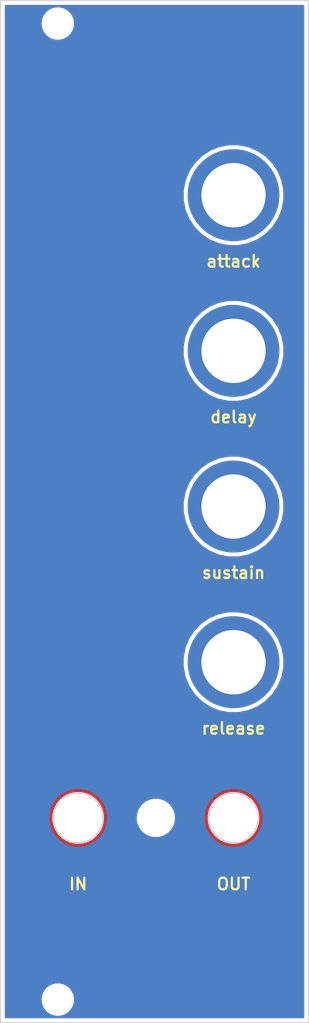
<source format=kicad_pcb>
(kicad_pcb (version 20171130) (host pcbnew "(5.1.4)-1")

  (general
    (thickness 1.6)
    (drawings 5)
    (tracks 0)
    (zones 0)
    (modules 9)
    (nets 1)
  )

  (page A4)
  (layers
    (0 F.Cu signal)
    (31 B.Cu signal)
    (32 B.Adhes user)
    (33 F.Adhes user)
    (34 B.Paste user)
    (35 F.Paste user)
    (36 B.SilkS user)
    (37 F.SilkS user)
    (38 B.Mask user hide)
    (39 F.Mask user)
    (40 Dwgs.User user)
    (41 Cmts.User user)
    (42 Eco1.User user)
    (43 Eco2.User user)
    (44 Edge.Cuts user)
    (45 Margin user)
    (46 B.CrtYd user)
    (47 F.CrtYd user)
    (48 B.Fab user)
    (49 F.Fab user)
  )

  (setup
    (last_trace_width 0.25)
    (trace_clearance 0.2)
    (zone_clearance 0.508)
    (zone_45_only no)
    (trace_min 0.2)
    (via_size 0.8)
    (via_drill 0.4)
    (via_min_size 0.4)
    (via_min_drill 0.3)
    (uvia_size 0.3)
    (uvia_drill 0.1)
    (uvias_allowed no)
    (uvia_min_size 0.2)
    (uvia_min_drill 0.1)
    (edge_width 0.05)
    (segment_width 0.2)
    (pcb_text_width 0.3)
    (pcb_text_size 1.5 1.5)
    (mod_edge_width 0.12)
    (mod_text_size 1 1)
    (mod_text_width 0.15)
    (pad_size 5 5)
    (pad_drill 0)
    (pad_to_mask_clearance 0.051)
    (solder_mask_min_width 0.25)
    (aux_axis_origin 0 0)
    (visible_elements 7FFFFFFF)
    (pcbplotparams
      (layerselection 0x010f0_ffffffff)
      (usegerberextensions false)
      (usegerberattributes false)
      (usegerberadvancedattributes false)
      (creategerberjobfile false)
      (excludeedgelayer true)
      (linewidth 0.100000)
      (plotframeref false)
      (viasonmask false)
      (mode 1)
      (useauxorigin false)
      (hpglpennumber 1)
      (hpglpenspeed 20)
      (hpglpendiameter 15.000000)
      (psnegative false)
      (psa4output false)
      (plotreference true)
      (plotvalue true)
      (plotinvisibletext false)
      (padsonsilk false)
      (subtractmaskfromsilk false)
      (outputformat 1)
      (mirror false)
      (drillshape 0)
      (scaleselection 1)
      (outputdirectory "gerbers/"))
  )

  (net 0 "")

  (net_class Default "This is the default net class."
    (clearance 0.2)
    (trace_width 0.25)
    (via_dia 0.8)
    (via_drill 0.4)
    (uvia_dia 0.3)
    (uvia_drill 0.1)
  )

  (module elektrophon:LED_Monitor (layer F.Cu) (tedit 5D62B726) (tstamp 5D643B3A)
    (at 45.72 132.08)
    (descr "Imported from LED Monitor.svg")
    (tags svg2mod)
    (zone_connect 2)
    (attr smd)
    (fp_text reference svg2mod (at 0 -5.054774) (layer F.SilkS) hide
      (effects (font (size 1.524 1.524) (thickness 0.3048)))
    )
    (fp_text value G*** (at 0 5.054774) (layer F.SilkS) hide
      (effects (font (size 1.524 1.524) (thickness 0.3048)))
    )
    (pad 1 connect custom (at 0 0) (size 5 5) (layers *.Mask)
      (zone_connect 2)
      (options (clearance outline) (anchor circle))
      (primitives
        (gr_circle (center 0 0) (end 2.286 0) (width 0.1))
      ))
  )

  (module elektrophon:pot_mask (layer F.Cu) (tedit 5D628A2E) (tstamp 5D59F607)
    (at 55.88 111.76)
    (descr "Imported from pot-mask.svg")
    (tags svg2mod)
    (attr smd)
    (fp_text reference "" (at 0 -10.16) (layer F.SilkS) hide
      (effects (font (size 1.524 1.524) (thickness 0.3048)))
    )
    (fp_text value release (at 0 8.636) (layer F.SilkS)
      (effects (font (size 1.524 1.524) (thickness 0.3048)))
    )
    (fp_arc (start 0 0) (end 4.064 7.112) (angle -300) (layer F.Mask) (width 1))
    (pad "" np_thru_hole circle (at 0 0) (size 12 12) (drill 8.4) (layers *.Cu *.Mask))
    (model "/home/etienne/Projects/elektrophon/lib/kicad/models/chroma cap.step"
      (offset (xyz 0 0 8))
      (scale (xyz 1 1 1))
      (rotate (xyz -90 0 0))
    )
  )

  (module MountingHole:MountingHole_3.2mm_M3_DIN965 (layer F.Cu) (tedit 56D1B4CB) (tstamp 5D628F94)
    (at 32.9 155.8)
    (descr "Mounting Hole 3.2mm, no annular, M3, DIN965")
    (tags "mounting hole 3.2mm no annular m3 din965")
    (attr virtual)
    (fp_text reference REF** (at 0 -3.8) (layer F.SilkS) hide
      (effects (font (size 1 1) (thickness 0.15)))
    )
    (fp_text value MountingHole_3.2mm_M3_DIN965 (at 0 3.8) (layer F.Fab) hide
      (effects (font (size 1 1) (thickness 0.15)))
    )
    (fp_circle (center 0 0) (end 3.05 0) (layer F.CrtYd) (width 0.05))
    (fp_circle (center 0 0) (end 2.8 0) (layer Cmts.User) (width 0.15))
    (fp_text user %R (at 0.3 0) (layer F.Fab)
      (effects (font (size 1 1) (thickness 0.15)))
    )
    (pad 1 np_thru_hole circle (at 0 0) (size 3.2 3.2) (drill 3.2) (layers *.Cu *.Mask))
  )

  (module MountingHole:MountingHole_3.2mm_M3_DIN965 (layer F.Cu) (tedit 56D1B4CB) (tstamp 5D628F5A)
    (at 32.9 28.4)
    (descr "Mounting Hole 3.2mm, no annular, M3, DIN965")
    (tags "mounting hole 3.2mm no annular m3 din965")
    (attr virtual)
    (fp_text reference REF** (at 0 -3.8) (layer F.SilkS) hide
      (effects (font (size 1 1) (thickness 0.15)))
    )
    (fp_text value MountingHole_3.2mm_M3_DIN965 (at 0 3.8) (layer F.Fab) hide
      (effects (font (size 1 1) (thickness 0.15)))
    )
    (fp_circle (center 0 0) (end 3.05 0) (layer F.CrtYd) (width 0.05))
    (fp_circle (center 0 0) (end 2.8 0) (layer Cmts.User) (width 0.15))
    (fp_text user %R (at 0.3 0) (layer F.Fab)
      (effects (font (size 1 1) (thickness 0.15)))
    )
    (pad 1 np_thru_hole circle (at 0 0) (size 3.2 3.2) (drill 3.2) (layers *.Cu *.Mask))
  )

  (module elektrophon:pot_mask (layer F.Cu) (tedit 5D628A2E) (tstamp 5D59B564)
    (at 55.88 50.8)
    (descr "Imported from pot-mask.svg")
    (tags svg2mod)
    (attr smd)
    (fp_text reference svg2mod (at 0 -10.16) (layer F.SilkS) hide
      (effects (font (size 1.524 1.524) (thickness 0.3048)))
    )
    (fp_text value attack (at 0 8.636) (layer F.SilkS)
      (effects (font (size 1.524 1.524) (thickness 0.3048)))
    )
    (fp_arc (start 0 0) (end 4.064 7.112) (angle -300) (layer F.Mask) (width 1))
    (pad "" np_thru_hole circle (at 0 0) (size 12 12) (drill 8.4) (layers *.Cu *.Mask))
    (model "/home/etienne/Projects/elektrophon/lib/kicad/models/chroma cap.step"
      (offset (xyz 0 0 8))
      (scale (xyz 1 1 1))
      (rotate (xyz -90 0 0))
    )
  )

  (module elektrophon:pot_mask (layer F.Cu) (tedit 5D628A2E) (tstamp 5D59ADFA)
    (at 55.88 91.44)
    (descr "Imported from pot-mask.svg")
    (tags svg2mod)
    (attr smd)
    (fp_text reference svg2mod (at 0 -10.16) (layer F.SilkS) hide
      (effects (font (size 1.524 1.524) (thickness 0.3048)))
    )
    (fp_text value sustain (at 0 8.636) (layer F.SilkS)
      (effects (font (size 1.524 1.524) (thickness 0.3048)))
    )
    (fp_arc (start 0 0) (end 4.064 7.112) (angle -300) (layer F.Mask) (width 1))
    (pad "" np_thru_hole circle (at 0 0) (size 12 12) (drill 8.4) (layers *.Cu *.Mask))
    (model "/home/etienne/Projects/elektrophon/lib/kicad/models/chroma cap.step"
      (offset (xyz 0 0 8))
      (scale (xyz 1 1 1))
      (rotate (xyz -90 0 0))
    )
  )

  (module elektrophon:JACK_HOLE (layer F.Cu) (tedit 5D6241AD) (tstamp 5D59A4F9)
    (at 35.56 132.08)
    (fp_text reference REF** (at 0 -6.604) (layer F.SilkS) hide
      (effects (font (size 1 1) (thickness 0.15)))
    )
    (fp_text value IN (at 0 8.636) (layer F.SilkS)
      (effects (font (size 1.524 1.524) (thickness 0.3)))
    )
    (fp_circle (center 0 0) (end 4.369981 0) (layer F.Cu) (width 2))
    (pad "" thru_hole circle (at 0 0) (size 6.5 6.5) (drill 6.4) (layers *.Cu *.Mask)
      (zone_connect 0))
    (model "/home/etienne/Projects/elektrophon/lib/kicad/models/PJ301M-12 Thonkiconn v0.2.stp"
      (offset (xyz 0 1 -11))
      (scale (xyz 1 1 1))
      (rotate (xyz 0 0 0))
    )
  )

  (module elektrophon:pot_mask (layer F.Cu) (tedit 5D628A2E) (tstamp 5D599E88)
    (at 55.88 71.12)
    (descr "Imported from pot-mask.svg")
    (tags svg2mod)
    (attr smd)
    (fp_text reference "" (at 0 -10.16) (layer F.SilkS) hide
      (effects (font (size 1.524 1.524) (thickness 0.3048)))
    )
    (fp_text value delay (at 0 8.636) (layer F.SilkS)
      (effects (font (size 1.524 1.524) (thickness 0.3048)))
    )
    (fp_arc (start 0 0) (end 4.064 7.112) (angle -300) (layer F.Mask) (width 1))
    (pad "" np_thru_hole circle (at 0 0) (size 12 12) (drill 8.4) (layers *.Cu *.Mask))
    (model "/home/etienne/Projects/elektrophon/lib/kicad/models/chroma cap.step"
      (offset (xyz 0 0 8))
      (scale (xyz 1 1 1))
      (rotate (xyz -90 0 0))
    )
  )

  (module elektrophon:JACK_HOLE (layer F.Cu) (tedit 5D6241AD) (tstamp 5D599112)
    (at 55.88 132.08)
    (fp_text reference REF** (at 0 -6.604) (layer F.SilkS) hide
      (effects (font (size 1 1) (thickness 0.15)))
    )
    (fp_text value OUT (at 0 8.636) (layer F.SilkS)
      (effects (font (size 1.524 1.524) (thickness 0.3)))
    )
    (fp_circle (center 0 0) (end 4.369981 0) (layer F.Cu) (width 2))
    (pad "" thru_hole circle (at 0 0) (size 6.5 6.5) (drill 6.4) (layers *.Cu *.Mask)
      (zone_connect 0))
    (model "/home/etienne/Projects/elektrophon/lib/kicad/models/PJ301M-12 Thonkiconn v0.2.stp"
      (offset (xyz 0 1 -11))
      (scale (xyz 1 1 1))
      (rotate (xyz 0 0 0))
    )
  )

  (gr_text ADSR (at 45.72 30.48) (layer F.Cu)
    (effects (font (size 3 3) (thickness 0.75)))
  )
  (gr_line (start 65.7 158.8) (end 25.4 158.8) (layer Edge.Cuts) (width 0.12))
  (gr_line (start 65.7 25.4) (end 65.7 158.8) (layer Edge.Cuts) (width 0.12))
  (gr_line (start 25.4 25.4) (end 25.4 158.8) (layer Edge.Cuts) (width 0.12))
  (gr_line (start 25.4 25.4) (end 65.7 25.4) (layer Edge.Cuts) (width 0.12))

  (zone (net 0) (net_name "") (layer F.Cu) (tstamp 5D643B41) (hatch edge 0.508)
    (connect_pads (clearance 0.508))
    (min_thickness 0.254)
    (fill yes (arc_segments 32) (thermal_gap 0.508) (thermal_bridge_width 0.508))
    (polygon
      (pts
        (xy 25.4 25.3365) (xy 65.7225 25.4) (xy 65.7225 158.75) (xy 25.4 158.75)
      )
    )
    (filled_polygon
      (pts
        (xy 65.005001 158.105) (xy 26.095 158.105) (xy 26.095 155.579872) (xy 30.665 155.579872) (xy 30.665 156.020128)
        (xy 30.75089 156.451925) (xy 30.919369 156.858669) (xy 31.163962 157.224729) (xy 31.475271 157.536038) (xy 31.841331 157.780631)
        (xy 32.248075 157.94911) (xy 32.679872 158.035) (xy 33.120128 158.035) (xy 33.551925 157.94911) (xy 33.958669 157.780631)
        (xy 34.324729 157.536038) (xy 34.636038 157.224729) (xy 34.880631 156.858669) (xy 35.04911 156.451925) (xy 35.135 156.020128)
        (xy 35.135 155.579872) (xy 35.04911 155.148075) (xy 34.880631 154.741331) (xy 34.636038 154.375271) (xy 34.324729 154.063962)
        (xy 33.958669 153.819369) (xy 33.551925 153.65089) (xy 33.120128 153.565) (xy 32.679872 153.565) (xy 32.248075 153.65089)
        (xy 31.841331 153.819369) (xy 31.475271 154.063962) (xy 31.163962 154.375271) (xy 30.919369 154.741331) (xy 30.75089 155.148075)
        (xy 30.665 155.579872) (xy 26.095 155.579872) (xy 26.095 132.08) (xy 29.535019 132.08) (xy 29.643898 133.220235)
        (xy 29.966601 134.319259) (xy 30.491463 135.337351) (xy 31.199516 136.237713) (xy 32.065168 136.987805) (xy 33.057132 137.560515)
        (xy 34.139557 137.935146) (xy 35.27332 138.098157) (xy 36.417444 138.043655) (xy 37.530578 137.773612) (xy 38.572491 137.297787)
        (xy 39.505523 136.633377) (xy 40.295955 135.804396) (xy 40.915217 134.840806) (xy 41.340927 133.777433) (xy 41.557699 132.652711)
        (xy 41.557699 131.9819) (xy 43.0949 131.9819) (xy 43.0949 132.1781) (xy 43.095291 132.188063) (xy 43.110691 132.383763)
        (xy 43.111863 132.39366) (xy 43.142563 132.58756) (xy 43.144519 132.59739) (xy 43.190419 132.78829) (xy 43.193104 132.797809)
        (xy 43.253704 132.984509) (xy 43.257168 132.993902) (xy 43.332268 133.175202) (xy 43.336451 133.184274) (xy 43.425651 133.359274)
        (xy 43.430508 133.367947) (xy 43.533008 133.535247) (xy 43.538563 133.543559) (xy 43.653963 133.702359) (xy 43.660124 133.710175)
        (xy 43.787624 133.859475) (xy 43.794397 133.866803) (xy 43.933197 134.005603) (xy 43.940525 134.012376) (xy 44.089825 134.139876)
        (xy 44.097641 134.146037) (xy 44.256441 134.261437) (xy 44.264753 134.266992) (xy 44.432053 134.369492) (xy 44.440726 134.374349)
        (xy 44.615726 134.463549) (xy 44.624798 134.467732) (xy 44.806098 134.542832) (xy 44.815491 134.546296) (xy 45.002191 134.606896)
        (xy 45.01171 134.609581) (xy 45.20261 134.655481) (xy 45.21244 134.657437) (xy 45.40634 134.688137) (xy 45.416237 134.689309)
        (xy 45.611937 134.704709) (xy 45.638256 134.703674) (xy 45.661969 134.704982) (xy 46.019269 134.689582) (xy 46.03366 134.688137)
        (xy 46.22756 134.657437) (xy 46.23739 134.655481) (xy 46.42829 134.609581) (xy 46.437809 134.606896) (xy 46.624509 134.546296)
        (xy 46.633902 134.542832) (xy 46.815202 134.467732) (xy 46.824274 134.463549) (xy 46.999274 134.374349) (xy 47.007947 134.369492)
        (xy 47.175247 134.266992) (xy 47.183559 134.261437) (xy 47.342359 134.146037) (xy 47.350175 134.139876) (xy 47.499475 134.012376)
        (xy 47.506803 134.005603) (xy 47.645603 133.866803) (xy 47.652376 133.859475) (xy 47.779876 133.710175) (xy 47.786037 133.702359)
        (xy 47.901437 133.543559) (xy 47.906992 133.535247) (xy 48.009492 133.367947) (xy 48.014349 133.359274) (xy 48.103549 133.184274)
        (xy 48.107732 133.175202) (xy 48.182832 132.993902) (xy 48.186296 132.984509) (xy 48.246896 132.797809) (xy 48.249581 132.78829)
        (xy 48.295481 132.59739) (xy 48.297437 132.58756) (xy 48.328137 132.39366) (xy 48.329309 132.383763) (xy 48.344709 132.188063)
        (xy 48.3451 132.1781) (xy 48.3451 132.08) (xy 49.855019 132.08) (xy 49.963898 133.220235) (xy 50.286601 134.319259)
        (xy 50.811463 135.337351) (xy 51.519516 136.237713) (xy 52.385168 136.987805) (xy 53.377132 137.560515) (xy 54.459557 137.935146)
        (xy 55.59332 138.098157) (xy 56.737444 138.043655) (xy 57.850578 137.773612) (xy 58.892491 137.297787) (xy 59.825523 136.633377)
        (xy 60.615955 135.804396) (xy 61.235217 134.840806) (xy 61.660927 133.777433) (xy 61.877699 132.652711) (xy 61.877699 131.507289)
        (xy 61.660927 130.382567) (xy 61.235217 129.319194) (xy 60.615955 128.355604) (xy 59.825523 127.526623) (xy 58.892491 126.862213)
        (xy 57.850578 126.386388) (xy 56.737444 126.116345) (xy 55.59332 126.061843) (xy 54.459557 126.224854) (xy 53.377132 126.599485)
        (xy 52.385168 127.172195) (xy 51.519516 127.922287) (xy 50.811463 128.822649) (xy 50.286601 129.840741) (xy 49.963898 130.939765)
        (xy 49.855019 132.08) (xy 48.3451 132.08) (xy 48.3451 131.9819) (xy 48.344709 131.971937) (xy 48.329309 131.776237)
        (xy 48.328137 131.76634) (xy 48.297437 131.57244) (xy 48.295481 131.56261) (xy 48.249581 131.37171) (xy 48.246896 131.362191)
        (xy 48.186296 131.175491) (xy 48.182832 131.166098) (xy 48.107732 130.984798) (xy 48.103549 130.975726) (xy 48.014349 130.800726)
        (xy 48.009492 130.792053) (xy 47.906992 130.624753) (xy 47.901437 130.616441) (xy 47.786037 130.457641) (xy 47.779876 130.449825)
        (xy 47.652376 130.300525) (xy 47.645603 130.293197) (xy 47.506803 130.154397) (xy 47.499475 130.147624) (xy 47.350175 130.020124)
        (xy 47.342359 130.013963) (xy 47.183559 129.898563) (xy 47.175247 129.893008) (xy 47.007947 129.790508) (xy 46.999274 129.785651)
        (xy 46.824274 129.696451) (xy 46.815202 129.692268) (xy 46.633902 129.617168) (xy 46.624509 129.613704) (xy 46.437809 129.553104)
        (xy 46.42829 129.550419) (xy 46.23739 129.504519) (xy 46.22756 129.502563) (xy 46.03366 129.471863) (xy 46.023763 129.470691)
        (xy 45.828063 129.455291) (xy 45.8181 129.4549) (xy 45.6219 129.4549) (xy 45.611937 129.455291) (xy 45.416237 129.470691)
        (xy 45.40634 129.471863) (xy 45.21244 129.502563) (xy 45.20261 129.504519) (xy 45.01171 129.550419) (xy 45.002191 129.553104)
        (xy 44.815491 129.613704) (xy 44.806098 129.617168) (xy 44.624798 129.692268) (xy 44.615726 129.696451) (xy 44.440726 129.785651)
        (xy 44.432053 129.790508) (xy 44.264753 129.893008) (xy 44.256441 129.898563) (xy 44.097641 130.013963) (xy 44.089825 130.020124)
        (xy 43.940525 130.147624) (xy 43.933197 130.154397) (xy 43.794397 130.293197) (xy 43.787624 130.300525) (xy 43.660124 130.449825)
        (xy 43.653963 130.457641) (xy 43.538563 130.616441) (xy 43.533008 130.624753) (xy 43.430508 130.792053) (xy 43.425651 130.800726)
        (xy 43.336451 130.975726) (xy 43.332268 130.984798) (xy 43.257168 131.166098) (xy 43.253704 131.175491) (xy 43.193104 131.362191)
        (xy 43.190419 131.37171) (xy 43.144519 131.56261) (xy 43.142563 131.57244) (xy 43.111863 131.76634) (xy 43.110691 131.776237)
        (xy 43.095291 131.971937) (xy 43.0949 131.9819) (xy 41.557699 131.9819) (xy 41.557699 131.507289) (xy 41.340927 130.382567)
        (xy 40.915217 129.319194) (xy 40.295955 128.355604) (xy 39.505523 127.526623) (xy 38.572491 126.862213) (xy 37.530578 126.386388)
        (xy 36.417444 126.116345) (xy 35.27332 126.061843) (xy 34.139557 126.224854) (xy 33.057132 126.599485) (xy 32.065168 127.172195)
        (xy 31.199516 127.922287) (xy 30.491463 128.822649) (xy 29.966601 129.840741) (xy 29.643898 130.939765) (xy 29.535019 132.08)
        (xy 26.095 132.08) (xy 26.095 111.10651) (xy 49.245 111.10651) (xy 49.245 112.41349) (xy 49.499979 113.695358)
        (xy 50.000139 114.902851) (xy 50.726259 115.989566) (xy 51.650434 116.913741) (xy 52.737149 117.639861) (xy 53.944642 118.140021)
        (xy 55.22651 118.395) (xy 56.53349 118.395) (xy 57.815358 118.140021) (xy 59.022851 117.639861) (xy 60.109566 116.913741)
        (xy 61.033741 115.989566) (xy 61.759861 114.902851) (xy 62.260021 113.695358) (xy 62.515 112.41349) (xy 62.515 111.10651)
        (xy 62.260021 109.824642) (xy 61.759861 108.617149) (xy 61.033741 107.530434) (xy 60.109566 106.606259) (xy 59.022851 105.880139)
        (xy 57.815358 105.379979) (xy 56.53349 105.125) (xy 55.22651 105.125) (xy 53.944642 105.379979) (xy 52.737149 105.880139)
        (xy 51.650434 106.606259) (xy 50.726259 107.530434) (xy 50.000139 108.617149) (xy 49.499979 109.824642) (xy 49.245 111.10651)
        (xy 26.095 111.10651) (xy 26.095 90.78651) (xy 49.245 90.78651) (xy 49.245 92.09349) (xy 49.499979 93.375358)
        (xy 50.000139 94.582851) (xy 50.726259 95.669566) (xy 51.650434 96.593741) (xy 52.737149 97.319861) (xy 53.944642 97.820021)
        (xy 55.22651 98.075) (xy 56.53349 98.075) (xy 57.815358 97.820021) (xy 59.022851 97.319861) (xy 60.109566 96.593741)
        (xy 61.033741 95.669566) (xy 61.759861 94.582851) (xy 62.260021 93.375358) (xy 62.515 92.09349) (xy 62.515 90.78651)
        (xy 62.260021 89.504642) (xy 61.759861 88.297149) (xy 61.033741 87.210434) (xy 60.109566 86.286259) (xy 59.022851 85.560139)
        (xy 57.815358 85.059979) (xy 56.53349 84.805) (xy 55.22651 84.805) (xy 53.944642 85.059979) (xy 52.737149 85.560139)
        (xy 51.650434 86.286259) (xy 50.726259 87.210434) (xy 50.000139 88.297149) (xy 49.499979 89.504642) (xy 49.245 90.78651)
        (xy 26.095 90.78651) (xy 26.095 70.46651) (xy 49.245 70.46651) (xy 49.245 71.77349) (xy 49.499979 73.055358)
        (xy 50.000139 74.262851) (xy 50.726259 75.349566) (xy 51.650434 76.273741) (xy 52.737149 76.999861) (xy 53.944642 77.500021)
        (xy 55.22651 77.755) (xy 56.53349 77.755) (xy 57.815358 77.500021) (xy 59.022851 76.999861) (xy 60.109566 76.273741)
        (xy 61.033741 75.349566) (xy 61.759861 74.262851) (xy 62.260021 73.055358) (xy 62.515 71.77349) (xy 62.515 70.46651)
        (xy 62.260021 69.184642) (xy 61.759861 67.977149) (xy 61.033741 66.890434) (xy 60.109566 65.966259) (xy 59.022851 65.240139)
        (xy 57.815358 64.739979) (xy 56.53349 64.485) (xy 55.22651 64.485) (xy 53.944642 64.739979) (xy 52.737149 65.240139)
        (xy 51.650434 65.966259) (xy 50.726259 66.890434) (xy 50.000139 67.977149) (xy 49.499979 69.184642) (xy 49.245 70.46651)
        (xy 26.095 70.46651) (xy 26.095 50.14651) (xy 49.245 50.14651) (xy 49.245 51.45349) (xy 49.499979 52.735358)
        (xy 50.000139 53.942851) (xy 50.726259 55.029566) (xy 51.650434 55.953741) (xy 52.737149 56.679861) (xy 53.944642 57.180021)
        (xy 55.22651 57.435) (xy 56.53349 57.435) (xy 57.815358 57.180021) (xy 59.022851 56.679861) (xy 60.109566 55.953741)
        (xy 61.033741 55.029566) (xy 61.759861 53.942851) (xy 62.260021 52.735358) (xy 62.515 51.45349) (xy 62.515 50.14651)
        (xy 62.260021 48.864642) (xy 61.759861 47.657149) (xy 61.033741 46.570434) (xy 60.109566 45.646259) (xy 59.022851 44.920139)
        (xy 57.815358 44.419979) (xy 56.53349 44.165) (xy 55.22651 44.165) (xy 53.944642 44.419979) (xy 52.737149 44.920139)
        (xy 51.650434 45.646259) (xy 50.726259 46.570434) (xy 50.000139 47.657149) (xy 49.499979 48.864642) (xy 49.245 50.14651)
        (xy 26.095 50.14651) (xy 26.095 28.179872) (xy 30.665 28.179872) (xy 30.665 28.620128) (xy 30.75089 29.051925)
        (xy 30.919369 29.458669) (xy 31.163962 29.824729) (xy 31.475271 30.136038) (xy 31.841331 30.380631) (xy 32.248075 30.54911)
        (xy 32.679872 30.635) (xy 33.120128 30.635) (xy 33.551925 30.54911) (xy 33.958669 30.380631) (xy 34.324729 30.136038)
        (xy 34.636038 29.824729) (xy 34.880631 29.458669) (xy 35.04911 29.051925) (xy 35.135 28.620128) (xy 35.135 28.179872)
        (xy 35.04911 27.748075) (xy 34.945319 27.4975) (xy 38.995715 27.4975) (xy 38.995715 34.0175) (xy 52.444286 34.0175)
        (xy 52.444286 27.4975) (xy 38.995715 27.4975) (xy 34.945319 27.4975) (xy 34.880631 27.341331) (xy 34.636038 26.975271)
        (xy 34.324729 26.663962) (xy 33.958669 26.419369) (xy 33.551925 26.25089) (xy 33.120128 26.165) (xy 32.679872 26.165)
        (xy 32.248075 26.25089) (xy 31.841331 26.419369) (xy 31.475271 26.663962) (xy 31.163962 26.975271) (xy 30.919369 27.341331)
        (xy 30.75089 27.748075) (xy 30.665 28.179872) (xy 26.095 28.179872) (xy 26.095 26.095) (xy 65.005 26.095)
      )
    )
  )
  (zone (net 0) (net_name "") (layers F&B.Cu) (tstamp 0) (hatch edge 0.508)
    (connect_pads (clearance 0.508))
    (min_thickness 0.254)
    (keepout (tracks not_allowed) (vias not_allowed) (copperpour not_allowed))
    (fill (arc_segments 32) (thermal_gap 0.508) (thermal_bridge_width 0.508))
    (polygon
      (pts
        (xy 45.72 132.08) (xy 45.6219 134.5781) (xy 45.4262 134.5627) (xy 45.2323 134.532) (xy 45.0414 134.4861)
        (xy 44.8547 134.4255) (xy 44.6734 134.3504) (xy 44.4984 134.2612) (xy 44.3311 134.1587) (xy 44.1723 134.0433)
        (xy 44.023 133.9158) (xy 43.8842 133.777) (xy 43.7567 133.6277) (xy 43.6413 133.4689) (xy 43.5388 133.3016)
        (xy 43.4496 133.1266) (xy 43.3745 132.9453) (xy 43.3139 132.7586) (xy 43.268 132.5677) (xy 43.2373 132.3738)
        (xy 43.2219 132.1781) (xy 43.2219 131.9819) (xy 43.2373 131.7862) (xy 43.268 131.5923) (xy 43.3139 131.4014)
        (xy 43.3745 131.2147) (xy 43.4496 131.0334) (xy 43.5388 130.8584) (xy 43.6413 130.6911) (xy 43.7567 130.5323)
        (xy 43.8842 130.383) (xy 44.023 130.2442) (xy 44.1723 130.1167) (xy 44.3311 130.0013) (xy 44.4984 129.8988)
        (xy 44.6734 129.8096) (xy 44.8547 129.7345) (xy 45.0414 129.6739) (xy 45.2323 129.628) (xy 45.4262 129.5973)
        (xy 45.6219 129.5819) (xy 45.8181 129.5819) (xy 46.0138 129.5973) (xy 46.2077 129.628) (xy 46.3986 129.6739)
        (xy 46.5853 129.7345) (xy 46.7666 129.8096) (xy 46.9416 129.8988) (xy 47.1089 130.0013) (xy 47.2677 130.1167)
        (xy 47.417 130.2442) (xy 47.5558 130.383) (xy 47.6833 130.5323) (xy 47.7987 130.6911) (xy 47.9012 130.8584)
        (xy 47.9904 131.0334) (xy 48.0655 131.2147) (xy 48.1261 131.4014) (xy 48.172 131.5923) (xy 48.2027 131.7862)
        (xy 48.2181 131.9819) (xy 48.2181 132.1781) (xy 48.2027 132.3738) (xy 48.172 132.5677) (xy 48.1261 132.7586)
        (xy 48.0655 132.9453) (xy 47.9904 133.1266) (xy 47.9012 133.3016) (xy 47.7987 133.4689) (xy 47.6833 133.6277)
        (xy 47.5558 133.777) (xy 47.417 133.9158) (xy 47.2677 134.0433) (xy 47.1089 134.1587) (xy 46.9416 134.2612)
        (xy 46.7666 134.3504) (xy 46.5853 134.4255) (xy 46.3986 134.4861) (xy 46.2077 134.532) (xy 46.0138 134.5627)
        (xy 45.6565 134.5781)
      )
    )
  )
  (zone (net 0) (net_name "") (layer B.Cu) (tstamp 5D643B3E) (hatch edge 0.508)
    (connect_pads (clearance 0.508))
    (min_thickness 0.254)
    (fill yes (arc_segments 32) (thermal_gap 0.508) (thermal_bridge_width 0.508))
    (polygon
      (pts
        (xy 25.4 25.3365) (xy 65.7225 25.4) (xy 65.659 158.8135) (xy 25.4 158.75)
      )
    )
    (filled_polygon
      (pts
        (xy 65.005001 158.105) (xy 26.095 158.105) (xy 26.095 155.579872) (xy 30.665 155.579872) (xy 30.665 156.020128)
        (xy 30.75089 156.451925) (xy 30.919369 156.858669) (xy 31.163962 157.224729) (xy 31.475271 157.536038) (xy 31.841331 157.780631)
        (xy 32.248075 157.94911) (xy 32.679872 158.035) (xy 33.120128 158.035) (xy 33.551925 157.94911) (xy 33.958669 157.780631)
        (xy 34.324729 157.536038) (xy 34.636038 157.224729) (xy 34.880631 156.858669) (xy 35.04911 156.451925) (xy 35.135 156.020128)
        (xy 35.135 155.579872) (xy 35.04911 155.148075) (xy 34.880631 154.741331) (xy 34.636038 154.375271) (xy 34.324729 154.063962)
        (xy 33.958669 153.819369) (xy 33.551925 153.65089) (xy 33.120128 153.565) (xy 32.679872 153.565) (xy 32.248075 153.65089)
        (xy 31.841331 153.819369) (xy 31.475271 154.063962) (xy 31.163962 154.375271) (xy 30.919369 154.741331) (xy 30.75089 155.148075)
        (xy 30.665 155.579872) (xy 26.095 155.579872) (xy 26.095 131.697361) (xy 31.675 131.697361) (xy 31.675 132.462639)
        (xy 31.824298 133.213213) (xy 32.117158 133.920238) (xy 32.542323 134.556543) (xy 33.083457 135.097677) (xy 33.719762 135.522842)
        (xy 34.426787 135.815702) (xy 35.177361 135.965) (xy 35.942639 135.965) (xy 36.693213 135.815702) (xy 37.400238 135.522842)
        (xy 38.036543 135.097677) (xy 38.577677 134.556543) (xy 39.002842 133.920238) (xy 39.295702 133.213213) (xy 39.445 132.462639)
        (xy 39.445 131.9819) (xy 43.0949 131.9819) (xy 43.0949 132.1781) (xy 43.095291 132.188063) (xy 43.110691 132.383763)
        (xy 43.111863 132.39366) (xy 43.142563 132.58756) (xy 43.144519 132.59739) (xy 43.190419 132.78829) (xy 43.193104 132.797809)
        (xy 43.253704 132.984509) (xy 43.257168 132.993902) (xy 43.332268 133.175202) (xy 43.336451 133.184274) (xy 43.425651 133.359274)
        (xy 43.430508 133.367947) (xy 43.533008 133.535247) (xy 43.538563 133.543559) (xy 43.653963 133.702359) (xy 43.660124 133.710175)
        (xy 43.787624 133.859475) (xy 43.794397 133.866803) (xy 43.933197 134.005603) (xy 43.940525 134.012376) (xy 44.089825 134.139876)
        (xy 44.097641 134.146037) (xy 44.256441 134.261437) (xy 44.264753 134.266992) (xy 44.432053 134.369492) (xy 44.440726 134.374349)
        (xy 44.615726 134.463549) (xy 44.624798 134.467732) (xy 44.806098 134.542832) (xy 44.815491 134.546296) (xy 45.002191 134.606896)
        (xy 45.01171 134.609581) (xy 45.20261 134.655481) (xy 45.21244 134.657437) (xy 45.40634 134.688137) (xy 45.416237 134.689309)
        (xy 45.611937 134.704709) (xy 45.638256 134.703674) (xy 45.661969 134.704982) (xy 46.019269 134.689582) (xy 46.03366 134.688137)
        (xy 46.22756 134.657437) (xy 46.23739 134.655481) (xy 46.42829 134.609581) (xy 46.437809 134.606896) (xy 46.624509 134.546296)
        (xy 46.633902 134.542832) (xy 46.815202 134.467732) (xy 46.824274 134.463549) (xy 46.999274 134.374349) (xy 47.007947 134.369492)
        (xy 47.175247 134.266992) (xy 47.183559 134.261437) (xy 47.342359 134.146037) (xy 47.350175 134.139876) (xy 47.499475 134.012376)
        (xy 47.506803 134.005603) (xy 47.645603 133.866803) (xy 47.652376 133.859475) (xy 47.779876 133.710175) (xy 47.786037 133.702359)
        (xy 47.901437 133.543559) (xy 47.906992 133.535247) (xy 48.009492 133.367947) (xy 48.014349 133.359274) (xy 48.103549 133.184274)
        (xy 48.107732 133.175202) (xy 48.182832 132.993902) (xy 48.186296 132.984509) (xy 48.246896 132.797809) (xy 48.249581 132.78829)
        (xy 48.295481 132.59739) (xy 48.297437 132.58756) (xy 48.328137 132.39366) (xy 48.329309 132.383763) (xy 48.344709 132.188063)
        (xy 48.3451 132.1781) (xy 48.3451 131.9819) (xy 48.344709 131.971937) (xy 48.329309 131.776237) (xy 48.328137 131.76634)
        (xy 48.317216 131.697361) (xy 51.995 131.697361) (xy 51.995 132.462639) (xy 52.144298 133.213213) (xy 52.437158 133.920238)
        (xy 52.862323 134.556543) (xy 53.403457 135.097677) (xy 54.039762 135.522842) (xy 54.746787 135.815702) (xy 55.497361 135.965)
        (xy 56.262639 135.965) (xy 57.013213 135.815702) (xy 57.720238 135.522842) (xy 58.356543 135.097677) (xy 58.897677 134.556543)
        (xy 59.322842 133.920238) (xy 59.615702 133.213213) (xy 59.765 132.462639) (xy 59.765 131.697361) (xy 59.615702 130.946787)
        (xy 59.322842 130.239762) (xy 58.897677 129.603457) (xy 58.356543 129.062323) (xy 57.720238 128.637158) (xy 57.013213 128.344298)
        (xy 56.262639 128.195) (xy 55.497361 128.195) (xy 54.746787 128.344298) (xy 54.039762 128.637158) (xy 53.403457 129.062323)
        (xy 52.862323 129.603457) (xy 52.437158 130.239762) (xy 52.144298 130.946787) (xy 51.995 131.697361) (xy 48.317216 131.697361)
        (xy 48.297437 131.57244) (xy 48.295481 131.56261) (xy 48.249581 131.37171) (xy 48.246896 131.362191) (xy 48.186296 131.175491)
        (xy 48.182832 131.166098) (xy 48.107732 130.984798) (xy 48.103549 130.975726) (xy 48.014349 130.800726) (xy 48.009492 130.792053)
        (xy 47.906992 130.624753) (xy 47.901437 130.616441) (xy 47.786037 130.457641) (xy 47.779876 130.449825) (xy 47.652376 130.300525)
        (xy 47.645603 130.293197) (xy 47.506803 130.154397) (xy 47.499475 130.147624) (xy 47.350175 130.020124) (xy 47.342359 130.013963)
        (xy 47.183559 129.898563) (xy 47.175247 129.893008) (xy 47.007947 129.790508) (xy 46.999274 129.785651) (xy 46.824274 129.696451)
        (xy 46.815202 129.692268) (xy 46.633902 129.617168) (xy 46.624509 129.613704) (xy 46.437809 129.553104) (xy 46.42829 129.550419)
        (xy 46.23739 129.504519) (xy 46.22756 129.502563) (xy 46.03366 129.471863) (xy 46.023763 129.470691) (xy 45.828063 129.455291)
        (xy 45.8181 129.4549) (xy 45.6219 129.4549) (xy 45.611937 129.455291) (xy 45.416237 129.470691) (xy 45.40634 129.471863)
        (xy 45.21244 129.502563) (xy 45.20261 129.504519) (xy 45.01171 129.550419) (xy 45.002191 129.553104) (xy 44.815491 129.613704)
        (xy 44.806098 129.617168) (xy 44.624798 129.692268) (xy 44.615726 129.696451) (xy 44.440726 129.785651) (xy 44.432053 129.790508)
        (xy 44.264753 129.893008) (xy 44.256441 129.898563) (xy 44.097641 130.013963) (xy 44.089825 130.020124) (xy 43.940525 130.147624)
        (xy 43.933197 130.154397) (xy 43.794397 130.293197) (xy 43.787624 130.300525) (xy 43.660124 130.449825) (xy 43.653963 130.457641)
        (xy 43.538563 130.616441) (xy 43.533008 130.624753) (xy 43.430508 130.792053) (xy 43.425651 130.800726) (xy 43.336451 130.975726)
        (xy 43.332268 130.984798) (xy 43.257168 131.166098) (xy 43.253704 131.175491) (xy 43.193104 131.362191) (xy 43.190419 131.37171)
        (xy 43.144519 131.56261) (xy 43.142563 131.57244) (xy 43.111863 131.76634) (xy 43.110691 131.776237) (xy 43.095291 131.971937)
        (xy 43.0949 131.9819) (xy 39.445 131.9819) (xy 39.445 131.697361) (xy 39.295702 130.946787) (xy 39.002842 130.239762)
        (xy 38.577677 129.603457) (xy 38.036543 129.062323) (xy 37.400238 128.637158) (xy 36.693213 128.344298) (xy 35.942639 128.195)
        (xy 35.177361 128.195) (xy 34.426787 128.344298) (xy 33.719762 128.637158) (xy 33.083457 129.062323) (xy 32.542323 129.603457)
        (xy 32.117158 130.239762) (xy 31.824298 130.946787) (xy 31.675 131.697361) (xy 26.095 131.697361) (xy 26.095 111.10651)
        (xy 49.245 111.10651) (xy 49.245 112.41349) (xy 49.499979 113.695358) (xy 50.000139 114.902851) (xy 50.726259 115.989566)
        (xy 51.650434 116.913741) (xy 52.737149 117.639861) (xy 53.944642 118.140021) (xy 55.22651 118.395) (xy 56.53349 118.395)
        (xy 57.815358 118.140021) (xy 59.022851 117.639861) (xy 60.109566 116.913741) (xy 61.033741 115.989566) (xy 61.759861 114.902851)
        (xy 62.260021 113.695358) (xy 62.515 112.41349) (xy 62.515 111.10651) (xy 62.260021 109.824642) (xy 61.759861 108.617149)
        (xy 61.033741 107.530434) (xy 60.109566 106.606259) (xy 59.022851 105.880139) (xy 57.815358 105.379979) (xy 56.53349 105.125)
        (xy 55.22651 105.125) (xy 53.944642 105.379979) (xy 52.737149 105.880139) (xy 51.650434 106.606259) (xy 50.726259 107.530434)
        (xy 50.000139 108.617149) (xy 49.499979 109.824642) (xy 49.245 111.10651) (xy 26.095 111.10651) (xy 26.095 90.78651)
        (xy 49.245 90.78651) (xy 49.245 92.09349) (xy 49.499979 93.375358) (xy 50.000139 94.582851) (xy 50.726259 95.669566)
        (xy 51.650434 96.593741) (xy 52.737149 97.319861) (xy 53.944642 97.820021) (xy 55.22651 98.075) (xy 56.53349 98.075)
        (xy 57.815358 97.820021) (xy 59.022851 97.319861) (xy 60.109566 96.593741) (xy 61.033741 95.669566) (xy 61.759861 94.582851)
        (xy 62.260021 93.375358) (xy 62.515 92.09349) (xy 62.515 90.78651) (xy 62.260021 89.504642) (xy 61.759861 88.297149)
        (xy 61.033741 87.210434) (xy 60.109566 86.286259) (xy 59.022851 85.560139) (xy 57.815358 85.059979) (xy 56.53349 84.805)
        (xy 55.22651 84.805) (xy 53.944642 85.059979) (xy 52.737149 85.560139) (xy 51.650434 86.286259) (xy 50.726259 87.210434)
        (xy 50.000139 88.297149) (xy 49.499979 89.504642) (xy 49.245 90.78651) (xy 26.095 90.78651) (xy 26.095 70.46651)
        (xy 49.245 70.46651) (xy 49.245 71.77349) (xy 49.499979 73.055358) (xy 50.000139 74.262851) (xy 50.726259 75.349566)
        (xy 51.650434 76.273741) (xy 52.737149 76.999861) (xy 53.944642 77.500021) (xy 55.22651 77.755) (xy 56.53349 77.755)
        (xy 57.815358 77.500021) (xy 59.022851 76.999861) (xy 60.109566 76.273741) (xy 61.033741 75.349566) (xy 61.759861 74.262851)
        (xy 62.260021 73.055358) (xy 62.515 71.77349) (xy 62.515 70.46651) (xy 62.260021 69.184642) (xy 61.759861 67.977149)
        (xy 61.033741 66.890434) (xy 60.109566 65.966259) (xy 59.022851 65.240139) (xy 57.815358 64.739979) (xy 56.53349 64.485)
        (xy 55.22651 64.485) (xy 53.944642 64.739979) (xy 52.737149 65.240139) (xy 51.650434 65.966259) (xy 50.726259 66.890434)
        (xy 50.000139 67.977149) (xy 49.499979 69.184642) (xy 49.245 70.46651) (xy 26.095 70.46651) (xy 26.095 50.14651)
        (xy 49.245 50.14651) (xy 49.245 51.45349) (xy 49.499979 52.735358) (xy 50.000139 53.942851) (xy 50.726259 55.029566)
        (xy 51.650434 55.953741) (xy 52.737149 56.679861) (xy 53.944642 57.180021) (xy 55.22651 57.435) (xy 56.53349 57.435)
        (xy 57.815358 57.180021) (xy 59.022851 56.679861) (xy 60.109566 55.953741) (xy 61.033741 55.029566) (xy 61.759861 53.942851)
        (xy 62.260021 52.735358) (xy 62.515 51.45349) (xy 62.515 50.14651) (xy 62.260021 48.864642) (xy 61.759861 47.657149)
        (xy 61.033741 46.570434) (xy 60.109566 45.646259) (xy 59.022851 44.920139) (xy 57.815358 44.419979) (xy 56.53349 44.165)
        (xy 55.22651 44.165) (xy 53.944642 44.419979) (xy 52.737149 44.920139) (xy 51.650434 45.646259) (xy 50.726259 46.570434)
        (xy 50.000139 47.657149) (xy 49.499979 48.864642) (xy 49.245 50.14651) (xy 26.095 50.14651) (xy 26.095 28.179872)
        (xy 30.665 28.179872) (xy 30.665 28.620128) (xy 30.75089 29.051925) (xy 30.919369 29.458669) (xy 31.163962 29.824729)
        (xy 31.475271 30.136038) (xy 31.841331 30.380631) (xy 32.248075 30.54911) (xy 32.679872 30.635) (xy 33.120128 30.635)
        (xy 33.551925 30.54911) (xy 33.958669 30.380631) (xy 34.324729 30.136038) (xy 34.636038 29.824729) (xy 34.880631 29.458669)
        (xy 35.04911 29.051925) (xy 35.135 28.620128) (xy 35.135 28.179872) (xy 35.04911 27.748075) (xy 34.880631 27.341331)
        (xy 34.636038 26.975271) (xy 34.324729 26.663962) (xy 33.958669 26.419369) (xy 33.551925 26.25089) (xy 33.120128 26.165)
        (xy 32.679872 26.165) (xy 32.248075 26.25089) (xy 31.841331 26.419369) (xy 31.475271 26.663962) (xy 31.163962 26.975271)
        (xy 30.919369 27.341331) (xy 30.75089 27.748075) (xy 30.665 28.179872) (xy 26.095 28.179872) (xy 26.095 26.095)
        (xy 65.005 26.095)
      )
    )
  )
)

</source>
